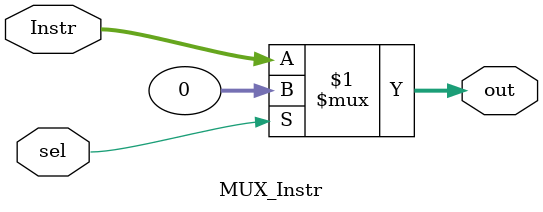
<source format=v>
`timescale 1ns / 1ps
module MUX_Instr(
    input [31:0] Instr,
    input sel,
    output [31:0] out
    );
	assign out=sel?0:Instr;

endmodule

</source>
